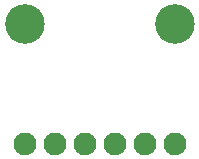
<source format=gbr>
G04 EAGLE Gerber RS-274X export*
G75*
%MOMM*%
%FSLAX34Y34*%
%LPD*%
%INSoldermask Bottom*%
%IPPOS*%
%AMOC8*
5,1,8,0,0,1.08239X$1,22.5*%
G01*
%ADD10C,1.930400*%
%ADD11C,3.352400*%


D10*
X152400Y25400D03*
X127000Y25400D03*
X101600Y25400D03*
X76200Y25400D03*
X50800Y25400D03*
X25400Y25400D03*
D11*
X25400Y127000D03*
X152400Y127000D03*
M02*

</source>
